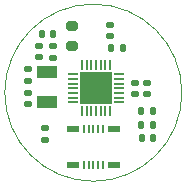
<source format=gbr>
%TF.GenerationSoftware,KiCad,Pcbnew,9.0.0*%
%TF.CreationDate,2025-03-13T16:01:27-04:00*%
%TF.ProjectId,IngestibleCapsule-Board,496e6765-7374-4696-926c-654361707375,rev?*%
%TF.SameCoordinates,Original*%
%TF.FileFunction,Soldermask,Top*%
%TF.FilePolarity,Negative*%
%FSLAX46Y46*%
G04 Gerber Fmt 4.6, Leading zero omitted, Abs format (unit mm)*
G04 Created by KiCad (PCBNEW 9.0.0) date 2025-03-13 16:01:27*
%MOMM*%
%LPD*%
G01*
G04 APERTURE LIST*
G04 Aperture macros list*
%AMRoundRect*
0 Rectangle with rounded corners*
0 $1 Rounding radius*
0 $2 $3 $4 $5 $6 $7 $8 $9 X,Y pos of 4 corners*
0 Add a 4 corners polygon primitive as box body*
4,1,4,$2,$3,$4,$5,$6,$7,$8,$9,$2,$3,0*
0 Add four circle primitives for the rounded corners*
1,1,$1+$1,$2,$3*
1,1,$1+$1,$4,$5*
1,1,$1+$1,$6,$7*
1,1,$1+$1,$8,$9*
0 Add four rect primitives between the rounded corners*
20,1,$1+$1,$2,$3,$4,$5,0*
20,1,$1+$1,$4,$5,$6,$7,0*
20,1,$1+$1,$6,$7,$8,$9,0*
20,1,$1+$1,$8,$9,$2,$3,0*%
G04 Aperture macros list end*
%ADD10RoundRect,0.147500X-0.147500X-0.172500X0.147500X-0.172500X0.147500X0.172500X-0.147500X0.172500X0*%
%ADD11RoundRect,0.135000X0.185000X-0.135000X0.185000X0.135000X-0.185000X0.135000X-0.185000X-0.135000X0*%
%ADD12R,1.800000X1.000000*%
%ADD13RoundRect,0.140000X-0.170000X0.140000X-0.170000X-0.140000X0.170000X-0.140000X0.170000X0.140000X0*%
%ADD14RoundRect,0.140000X0.140000X0.170000X-0.140000X0.170000X-0.140000X-0.170000X0.140000X-0.170000X0*%
%ADD15RoundRect,0.050000X-0.362500X-0.050000X0.362500X-0.050000X0.362500X0.050000X-0.362500X0.050000X0*%
%ADD16RoundRect,0.050000X-0.050000X-0.362500X0.050000X-0.362500X0.050000X0.362500X-0.050000X0.362500X0*%
%ADD17R,2.700000X2.700000*%
%ADD18RoundRect,0.140000X-0.140000X-0.170000X0.140000X-0.170000X0.140000X0.170000X-0.140000X0.170000X0*%
%ADD19RoundRect,0.200000X0.275000X-0.200000X0.275000X0.200000X-0.275000X0.200000X-0.275000X-0.200000X0*%
%ADD20RoundRect,0.140000X0.170000X-0.140000X0.170000X0.140000X-0.170000X0.140000X-0.170000X-0.140000X0*%
%ADD21RoundRect,0.135000X0.135000X0.185000X-0.135000X0.185000X-0.135000X-0.185000X0.135000X-0.185000X0*%
%ADD22R,0.220000X0.700000*%
%ADD23R,1.000000X0.500000*%
%TA.AperFunction,Profile*%
%ADD24C,0.050000*%
%TD*%
G04 APERTURE END LIST*
D10*
%TO.C,L1*%
X101530000Y-111250000D03*
X102500000Y-111250000D03*
%TD*%
D11*
%TO.C,R12*%
X96550000Y-112070000D03*
X96550000Y-111050000D03*
%TD*%
D12*
%TO.C,Y3*%
X96100000Y-115750000D03*
X96100000Y-113250000D03*
%TD*%
D13*
%TO.C,C16*%
X94500000Y-113020000D03*
X94500000Y-113980000D03*
%TD*%
D14*
%TO.C,C22*%
X96580000Y-110000000D03*
X95620000Y-110000000D03*
%TD*%
D15*
%TO.C,U5*%
X98262500Y-113425000D03*
X98262500Y-113825000D03*
X98262500Y-114225000D03*
X98262500Y-114625000D03*
X98262500Y-115025000D03*
X98262500Y-115425000D03*
X98262500Y-115825000D03*
D16*
X99025000Y-116587500D03*
X99425000Y-116587500D03*
X99825000Y-116587500D03*
X100225000Y-116587500D03*
X100625000Y-116587500D03*
X101025000Y-116587500D03*
X101425000Y-116587500D03*
D15*
X102187500Y-115825000D03*
X102187500Y-115425000D03*
X102187500Y-115025000D03*
X102187500Y-114625000D03*
X102187500Y-114225000D03*
X102187500Y-113825000D03*
X102187500Y-113425000D03*
D16*
X101425000Y-112662500D03*
X101025000Y-112662500D03*
X100625000Y-112662500D03*
X100225000Y-112662500D03*
X99825000Y-112662500D03*
X99425000Y-112662500D03*
X99025000Y-112662500D03*
D17*
X100225000Y-114625000D03*
%TD*%
D18*
%TO.C,C17*%
X104090000Y-118800000D03*
X105050000Y-118800000D03*
%TD*%
D19*
%TO.C,R11*%
X98200000Y-111025000D03*
X98200000Y-109375000D03*
%TD*%
D11*
%TO.C,R9*%
X95950000Y-119010000D03*
X95950000Y-117990000D03*
%TD*%
D20*
%TO.C,C15*%
X94500000Y-115980000D03*
X94500000Y-115020000D03*
%TD*%
D13*
%TO.C,C19*%
X104550000Y-114145000D03*
X104550000Y-115105000D03*
%TD*%
D21*
%TO.C,R10*%
X105090000Y-117700000D03*
X104070000Y-117700000D03*
%TD*%
D22*
%TO.C,J4*%
X100800001Y-118050001D03*
X100399999Y-118050001D03*
X100000000Y-118050001D03*
X99600001Y-118050001D03*
X99199999Y-118050001D03*
X100800001Y-121149999D03*
X100399999Y-121149999D03*
X100000000Y-121149999D03*
X99600001Y-121149999D03*
X99199999Y-121149999D03*
D23*
X101749996Y-118100000D03*
X98250004Y-118100000D03*
X101749996Y-121100000D03*
X98250004Y-121100000D03*
%TD*%
D18*
%TO.C,C21*%
X104070000Y-116550000D03*
X105030000Y-116550000D03*
%TD*%
D20*
%TO.C,C20*%
X101425000Y-110205000D03*
X101425000Y-109245000D03*
%TD*%
D13*
%TO.C,C18*%
X103500000Y-114140000D03*
X103500000Y-115100000D03*
%TD*%
D20*
%TO.C,C23*%
X95400000Y-112010000D03*
X95400000Y-111050000D03*
%TD*%
D24*
X107500000Y-115000000D02*
G75*
G02*
X92500000Y-115000000I-7500000J0D01*
G01*
X92500000Y-115000000D02*
G75*
G02*
X107500000Y-115000000I7500000J0D01*
G01*
M02*

</source>
